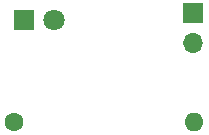
<source format=gbr>
%TF.GenerationSoftware,KiCad,Pcbnew,8.0.2-1*%
%TF.CreationDate,2024-05-29T18:32:06-05:00*%
%TF.ProjectId,HW11,48573131-2e6b-4696-9361-645f70636258,rev?*%
%TF.SameCoordinates,Original*%
%TF.FileFunction,Soldermask,Top*%
%TF.FilePolarity,Negative*%
%FSLAX46Y46*%
G04 Gerber Fmt 4.6, Leading zero omitted, Abs format (unit mm)*
G04 Created by KiCad (PCBNEW 8.0.2-1) date 2024-05-29 18:32:06*
%MOMM*%
%LPD*%
G01*
G04 APERTURE LIST*
%ADD10R,1.700000X1.700000*%
%ADD11O,1.700000X1.700000*%
%ADD12R,1.800000X1.800000*%
%ADD13C,1.800000*%
%ADD14C,1.600000*%
%ADD15O,1.600000X1.600000*%
G04 APERTURE END LIST*
D10*
%TO.C,BT1*%
X120000000Y-95725000D03*
D11*
X120000000Y-98265000D03*
%TD*%
D12*
%TO.C,D1*%
X105660000Y-96300000D03*
D13*
X108200000Y-96300000D03*
%TD*%
D14*
%TO.C,R1*%
X104880000Y-105000000D03*
D15*
X120120000Y-105000000D03*
%TD*%
M02*

</source>
